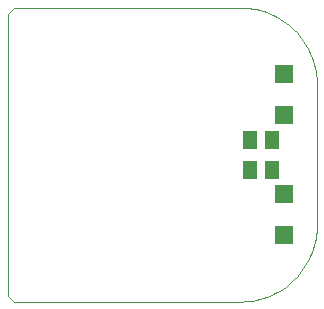
<source format=gtp>
G75*
G70*
%OFA0B0*%
%FSLAX24Y24*%
%IPPOS*%
%LPD*%
%AMOC8*
5,1,8,0,0,1.08239X$1,22.5*
%
%ADD10C,0.0000*%
%ADD11R,0.0591X0.0591*%
%ADD12R,0.0512X0.0630*%
D10*
X001606Y001227D02*
X001806Y001027D01*
X009406Y001027D01*
X009527Y001033D01*
X009648Y001044D01*
X009768Y001061D01*
X009888Y001083D01*
X010006Y001111D01*
X010122Y001145D01*
X010237Y001184D01*
X010350Y001229D01*
X010461Y001279D01*
X010569Y001334D01*
X010674Y001394D01*
X010776Y001459D01*
X010876Y001529D01*
X010971Y001604D01*
X011063Y001683D01*
X011152Y001766D01*
X011236Y001854D01*
X011316Y001945D01*
X011391Y002040D01*
X011462Y002139D01*
X011528Y002241D01*
X011589Y002346D01*
X011645Y002453D01*
X011696Y002563D01*
X011741Y002676D01*
X011782Y002790D01*
X011816Y002907D01*
X011845Y003025D01*
X011869Y003144D01*
X011887Y003264D01*
X011899Y003384D01*
X011905Y003506D01*
X011906Y003627D01*
X011906Y008227D01*
X011905Y008348D01*
X011899Y008470D01*
X011887Y008590D01*
X011869Y008710D01*
X011845Y008829D01*
X011816Y008947D01*
X011782Y009064D01*
X011741Y009178D01*
X011696Y009291D01*
X011645Y009401D01*
X011589Y009508D01*
X011528Y009613D01*
X011462Y009715D01*
X011391Y009814D01*
X011316Y009909D01*
X011236Y010000D01*
X011152Y010088D01*
X011063Y010171D01*
X010971Y010250D01*
X010876Y010325D01*
X010776Y010395D01*
X010674Y010460D01*
X010569Y010520D01*
X010461Y010575D01*
X010350Y010625D01*
X010237Y010670D01*
X010122Y010709D01*
X010006Y010743D01*
X009888Y010771D01*
X009768Y010793D01*
X009648Y010810D01*
X009527Y010821D01*
X009406Y010827D01*
X001806Y010827D01*
X001606Y010627D01*
X001606Y001227D01*
D11*
X010806Y003238D03*
X010806Y004616D03*
X010806Y007238D03*
X010806Y008616D03*
D12*
X010430Y006427D03*
X009682Y006427D03*
X009682Y005427D03*
X010430Y005427D03*
M02*

</source>
